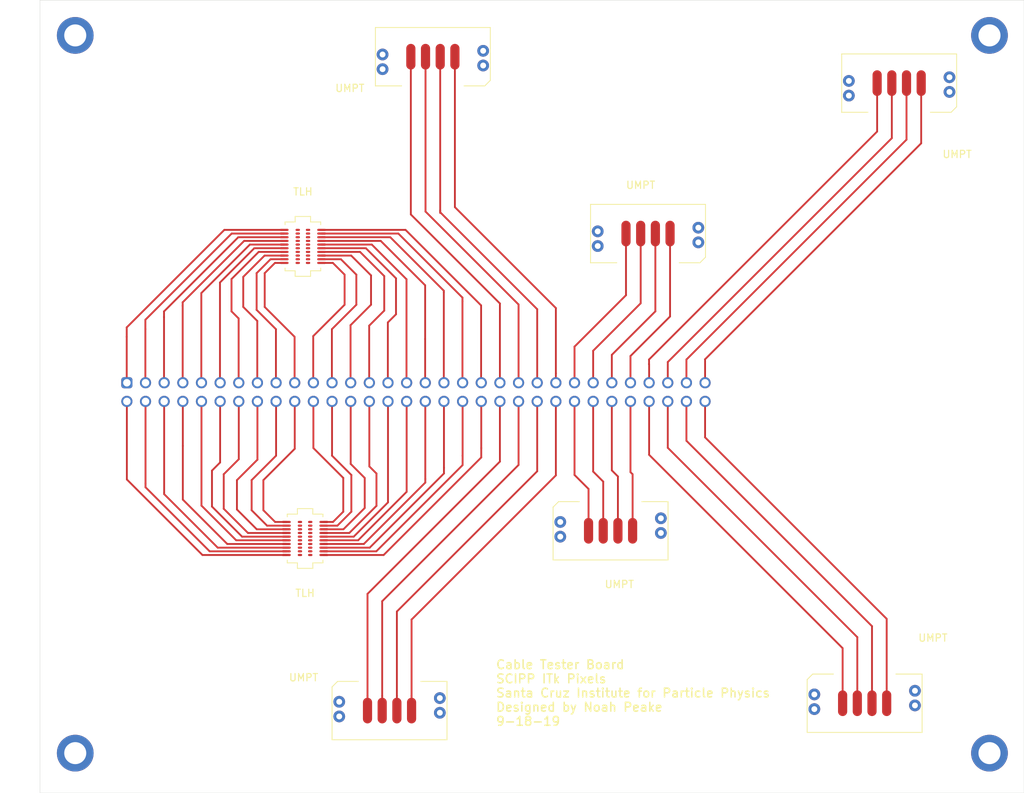
<source format=kicad_pcb>
(kicad_pcb (version 20171130) (host pcbnew "(5.1.4)-1")
  (layers (0 F.Cu signal) (31 B.Cu signal) (34 B.Paste user) (35 F.Paste user) (36 B.SilkS user) (37 F.SilkS user) (38 B.Mask user) (39 F.Mask user) (44 Edge.Cuts user))
  (net 0 "")
  (module SCIPP_Connectors:TLH (layer F.Cu) (at 59 67.45 270)
    (fp_text reference REF**)
    (fp_text value TLH (at -7.45 0 180) (layer F.SilkS))
    (fp_line (start 3.3 -2.425) (end 3.325 -2.425) (layer F.SilkS) (width 0.12))
    (fp_line (start 2.95 -2.425) (end 3.3 -2.425) (layer F.SilkS) (width 0.12))
    (fp_line (start 3.325 2.425) (end 2.95 2.425) (layer F.SilkS) (width 0.12))
    (fp_line (start 3.325 1.05) (end 3.325 2.425) (layer F.SilkS) (width 0.12))
    (fp_line (start 4.075 1.05) (end 3.325 1.05) (layer F.SilkS) (width 0.12))
    (fp_line (start 3.325 -2.425) (end 3.325 -1.05) (layer F.SilkS) (width 0.12))
    (fp_line (start 4.075 -1.05) (end 4.075 1.05) (layer F.SilkS) (width 0.12))
    (fp_line (start 3.325 -1.05) (end 4.075 -1.05) (layer F.SilkS) (width 0.12))
    (fp_line (start -3.325 -2.425) (end -2.95 -2.425) (layer F.SilkS) (width 0.12))
    (fp_line (start -3.325 -1.05) (end -3.325 -2.425) (layer F.SilkS) (width 0.12))
    (fp_line (start -4.075 -1.05) (end -3.325 -1.05) (layer F.SilkS) (width 0.12))
    (fp_line (start -4.075 1.05) (end -4.075 -1.05) (layer F.SilkS) (width 0.12))
    (fp_line (start -3.325 1.05) (end -4.075 1.05) (layer F.SilkS) (width 0.12))
    (fp_line (start -3.325 2.425) (end -3.325 1.05) (layer F.SilkS) (width 0.12))
    (fp_line (start -3.3 2.425) (end -3.325 2.425) (layer F.SilkS) (width 0.12))
    (fp_line (start -2.95 2.425) (end -3.3 2.425) (layer F.SilkS) (width 0.12))
    (pad 20 smd oval (at -2.25 2.55 270) (size 0.3 1.2) (layers F.Cu F.Paste F.Mask))
    (pad 19 smd oval (at -1.75 2.55 270) (size 0.3 1.2) (layers F.Cu F.Paste F.Mask))
    (pad 18 smd oval (at -1.25 2.55 270) (size 0.3 1.2) (layers F.Cu F.Paste F.Mask))
    (pad 17 smd oval (at -0.75 2.55 270) (size 0.3 1.2) (layers F.Cu F.Paste F.Mask))
    (pad 16 smd oval (at -0.25 2.55 270) (size 0.3 1.2) (layers F.Cu F.Paste F.Mask))
    (pad 15 smd oval (at 0.25 2.55 270) (size 0.3 1.2) (layers F.Cu F.Paste F.Mask))
    (pad 14 smd oval (at 0.75 2.55 270) (size 0.3 1.2) (layers F.Cu F.Paste F.Mask))
    (pad 13 smd oval (at 1.25 2.55 270) (size 0.3 1.2) (layers F.Cu F.Paste F.Mask))
    (pad 12 smd oval (at 1.75 2.55 270) (size 0.3 1.2) (layers F.Cu F.Paste F.Mask))
    (pad 11 smd oval (at 2.25 2.55 270) (size 0.3 1.2) (layers F.Cu F.Paste F.Mask))
    (pad 10 smd oval (at -2.25 -2.55 270) (size 0.3 1.2) (layers F.Cu F.Paste F.Mask))
    (pad 9 smd oval (at -1.75 -2.55 270) (size 0.3 1.2) (layers F.Cu F.Paste F.Mask))
    (pad 8 smd oval (at -1.25 -2.55 270) (size 0.3 1.2) (layers F.Cu F.Paste F.Mask))
    (pad 7 smd oval (at -0.75 -2.55 270) (size 0.3 1.2) (layers F.Cu F.Paste F.Mask))
    (pad 6 smd oval (at -0.25 -2.55 270) (size 0.3 1.2) (layers F.Cu F.Paste F.Mask))
    (pad 5 smd oval (at 0.25 -2.55 270) (size 0.3 1.2) (layers F.Cu F.Paste F.Mask))
    (pad 4 smd oval (at 0.75 -2.55 270) (size 0.3 1.2) (layers F.Cu F.Paste F.Mask))
    (pad 3 smd oval (at 1.25 -2.55 270) (size 0.3 1.2) (layers F.Cu F.Paste F.Mask))
    (pad 2 smd oval (at 1.75 -2.55 270) (size 0.3 1.2) (layers F.Cu F.Paste F.Mask))
    (pad 11 smd oval (at 2.25 0.7 270) (size 0.3 0.6) (layers F.Cu F.Paste F.Mask))
    (pad 12 smd oval (at 1.75 0.7 270) (size 0.3 0.6) (layers F.Cu F.Paste F.Mask))
    (pad 13 smd oval (at 1.25 0.7 270) (size 0.3 0.6) (layers F.Cu F.Paste F.Mask))
    (pad 14 smd oval (at 0.75 0.7 270) (size 0.3 0.6) (layers F.Cu F.Paste F.Mask))
    (pad 15 smd oval (at 0.25 0.7 270) (size 0.3 0.6) (layers F.Cu F.Paste F.Mask))
    (pad 16 smd oval (at -0.25 0.7 270) (size 0.3 0.6) (layers F.Cu F.Paste F.Mask))
    (pad 17 smd oval (at -0.75 0.7 270) (size 0.3 0.6) (layers F.Cu F.Paste F.Mask))
    (pad 18 smd oval (at -1.25 0.7 270) (size 0.3 0.6) (layers F.Cu F.Paste F.Mask))
    (pad 19 smd oval (at -1.75 0.7 270) (size 0.3 0.6) (layers F.Cu F.Paste F.Mask))
    (pad 20 smd oval (at -2.25 0.7 270) (size 0.3 0.6) (layers F.Cu F.Paste F.Mask))
    (pad 1 smd oval (at 2.25 -0.7 270) (size 0.3 0.6) (layers F.Cu F.Paste F.Mask))
    (pad 2 smd oval (at 1.75 -0.7 270) (size 0.3 0.6) (layers F.Cu F.Paste F.Mask))
    (pad 3 smd oval (at 1.25 -0.7 270) (size 0.3 0.6) (layers F.Cu F.Paste F.Mask))
    (pad 4 smd oval (at 0.75 -0.7 270) (size 0.3 0.6) (layers F.Cu F.Paste F.Mask))
    (pad 5 smd oval (at 0.25 -0.7 270) (size 0.3 0.6) (layers F.Cu F.Paste F.Mask))
    (pad 6 smd oval (at -0.25 -0.7 270) (size 0.3 0.6) (layers F.Cu F.Paste F.Mask))
    (pad 7 smd oval (at -0.75 -0.7 270) (size 0.3 0.6) (layers F.Cu F.Paste F.Mask))
    (pad 8 smd oval (at -1.25 -0.7 270) (size 0.3 0.6) (layers F.Cu F.Paste F.Mask))
    (pad 9 smd oval (at -1.75 -0.7 270) (size 0.3 0.6) (layers F.Cu F.Paste F.Mask))
    (pad 10 smd oval (at -2.25 -0.7 270) (size 0.3 0.6) (layers F.Cu F.Paste F.Mask))
    (pad 1 smd oval (at 2.25 -2.55 270) (size 0.3 1.2) (layers F.Cu F.Paste F.Mask))
  )
  (module SCIPP_Connectors:Standoff_THT (layer F.Cu) (at 28 38.7)
    (fp_text reference REF**)
    (fp_text value Standoff_THT)
    (pad 1 thru_hole circle (at 0 0) (size 5 5) (drill 3) (layers *.Cu *.Mask))
  )
  (module SCIPP_Connectors:Standoff_THT (layer F.Cu) (at 28 136.5)
    (fp_text reference REF**)
    (fp_text value Standoff_THT)
    (pad 1 thru_hole circle (at 0 0) (size 5 5) (drill 3) (layers *.Cu *.Mask))
  )
  (module SCIPP_Connectors:Standoff_THT (layer F.Cu) (at 152.5 136.5)
    (fp_text reference REF**)
    (fp_text value Standoff_THT)
    (pad 1 thru_hole circle (at 0 0) (size 5 5) (drill 3) (layers *.Cu *.Mask))
  )
  (module SCIPP_Connectors:Standoff_THT (layer F.Cu) (at 152.5 38.7)
    (fp_text reference REF**)
    (fp_text value Standoff_THT)
    (pad 1 thru_hole circle (at 0 0) (size 5 5) (drill 3) (layers *.Cu *.Mask))
  )
  (module SCIPP_Connectors:EJH (layer F.Cu) (at 74.4 87.3)
    (fp_text reference REF**)
    (fp_text value EJH)
    (pad 64 thru_hole circle (at 39.37 1.27) (size 1.524 1.524) (drill 1.02) (layers *.Cu *.Mask))
    (pad 63 thru_hole circle (at 36.83 1.27) (size 1.524 1.524) (drill 1.02) (layers *.Cu *.Mask))
    (pad 62 thru_hole circle (at 34.29 1.27) (size 1.524 1.524) (drill 1.02) (layers *.Cu *.Mask))
    (pad 61 thru_hole circle (at 31.75 1.27) (size 1.524 1.524) (drill 1.02) (layers *.Cu *.Mask))
    (pad 60 thru_hole circle (at 29.21 1.27) (size 1.524 1.524) (drill 1.02) (layers *.Cu *.Mask))
    (pad 59 thru_hole circle (at 26.67 1.27) (size 1.524 1.524) (drill 1.02) (layers *.Cu *.Mask))
    (pad 58 thru_hole circle (at 24.13 1.27) (size 1.524 1.524) (drill 1.02) (layers *.Cu *.Mask))
    (pad 57 thru_hole circle (at 21.59 1.27) (size 1.524 1.524) (drill 1.02) (layers *.Cu *.Mask))
    (pad 56 thru_hole circle (at 19.05 1.27) (size 1.524 1.524) (drill 1.02) (layers *.Cu *.Mask))
    (pad 55 thru_hole circle (at 16.51 1.27) (size 1.524 1.524) (drill 1.02) (layers *.Cu *.Mask))
    (pad 54 thru_hole circle (at 13.97 1.27) (size 1.524 1.524) (drill 1.02) (layers *.Cu *.Mask))
    (pad 53 thru_hole circle (at 11.43 1.27) (size 1.524 1.524) (drill 1.02) (layers *.Cu *.Mask))
    (pad 52 thru_hole circle (at 8.89 1.27) (size 1.524 1.524) (drill 1.02) (layers *.Cu *.Mask))
    (pad 51 thru_hole circle (at 6.35 1.27) (size 1.524 1.524) (drill 1.02) (layers *.Cu *.Mask))
    (pad 50 thru_hole circle (at 3.81 1.27) (size 1.524 1.524) (drill 1.02) (layers *.Cu *.Mask))
    (pad 49 thru_hole circle (at 1.27 1.27) (size 1.524 1.524) (drill 1.02) (layers *.Cu *.Mask))
    (pad 48 thru_hole circle (at -1.27 1.27) (size 1.524 1.524) (drill 1.02) (layers *.Cu *.Mask))
    (pad 47 thru_hole circle (at -3.81 1.27) (size 1.524 1.524) (drill 1.02) (layers *.Cu *.Mask))
    (pad 46 thru_hole circle (at -6.35 1.27) (size 1.524 1.524) (drill 1.02) (layers *.Cu *.Mask))
    (pad 45 thru_hole circle (at -8.89 1.27) (size 1.524 1.524) (drill 1.02) (layers *.Cu *.Mask))
    (pad 44 thru_hole circle (at -11.43 1.27) (size 1.524 1.524) (drill 1.02) (layers *.Cu *.Mask))
    (pad 43 thru_hole circle (at -13.97 1.27) (size 1.524 1.524) (drill 1.02) (layers *.Cu *.Mask))
    (pad 42 thru_hole circle (at -16.51 1.27) (size 1.524 1.524) (drill 1.02) (layers *.Cu *.Mask))
    (pad 41 thru_hole circle (at -19.05 1.27) (size 1.524 1.524) (drill 1.02) (layers *.Cu *.Mask))
    (pad 40 thru_hole circle (at -21.59 1.27) (size 1.524 1.524) (drill 1.02) (layers *.Cu *.Mask))
    (pad 39 thru_hole circle (at -24.13 1.27) (size 1.524 1.524) (drill 1.02) (layers *.Cu *.Mask))
    (pad 38 thru_hole circle (at -26.67 1.27) (size 1.524 1.524) (drill 1.02) (layers *.Cu *.Mask))
    (pad 37 thru_hole circle (at -29.21 1.27) (size 1.524 1.524) (drill 1.02) (layers *.Cu *.Mask))
    (pad 36 thru_hole circle (at -31.75 1.27) (size 1.524 1.524) (drill 1.02) (layers *.Cu *.Mask))
    (pad 35 thru_hole circle (at -34.29 1.27) (size 1.524 1.524) (drill 1.02) (layers *.Cu *.Mask))
    (pad 34 thru_hole circle (at -36.83 1.27) (size 1.524 1.524) (drill 1.02) (layers *.Cu *.Mask))
    (pad 33 thru_hole circle (at -39.37 1.27) (size 1.524 1.524) (drill 1.02) (layers *.Cu *.Mask))
    (pad 32 thru_hole circle (at 39.37 -1.27) (size 1.524 1.524) (drill 1.02) (layers *.Cu *.Mask))
    (pad 31 thru_hole circle (at 36.83 -1.27) (size 1.524 1.524) (drill 1.02) (layers *.Cu *.Mask))
    (pad 30 thru_hole circle (at 34.29 -1.27) (size 1.524 1.524) (drill 1.02) (layers *.Cu *.Mask))
    (pad 29 thru_hole circle (at 31.75 -1.27) (size 1.524 1.524) (drill 1.02) (layers *.Cu *.Mask))
    (pad 28 thru_hole circle (at 29.21 -1.27) (size 1.524 1.524) (drill 1.02) (layers *.Cu *.Mask))
    (pad 27 thru_hole circle (at 26.67 -1.27) (size 1.524 1.524) (drill 1.02) (layers *.Cu *.Mask))
    (pad 26 thru_hole circle (at 24.13 -1.27) (size 1.524 1.524) (drill 1.02) (layers *.Cu *.Mask))
    (pad 25 thru_hole circle (at 21.59 -1.27) (size 1.524 1.524) (drill 1.02) (layers *.Cu *.Mask))
    (pad 24 thru_hole circle (at 19.05 -1.27) (size 1.524 1.524) (drill 1.02) (layers *.Cu *.Mask))
    (pad 23 thru_hole circle (at 16.51 -1.27) (size 1.524 1.524) (drill 1.02) (layers *.Cu *.Mask))
    (pad 22 thru_hole circle (at 13.97 -1.27) (size 1.524 1.524) (drill 1.02) (layers *.Cu *.Mask))
    (pad 21 thru_hole circle (at 11.43 -1.27) (size 1.524 1.524) (drill 1.02) (layers *.Cu *.Mask))
    (pad 20 thru_hole circle (at 8.89 -1.27) (size 1.524 1.524) (drill 1.02) (layers *.Cu *.Mask))
    (pad 19 thru_hole circle (at 6.35 -1.27) (size 1.524 1.524) (drill 1.02) (layers *.Cu *.Mask))
    (pad 18 thru_hole circle (at 3.81 -1.27) (size 1.524 1.524) (drill 1.02) (layers *.Cu *.Mask))
    (pad 17 thru_hole circle (at 1.27 -1.27) (size 1.524 1.524) (drill 1.02) (layers *.Cu *.Mask))
    (pad 16 thru_hole circle (at -1.27 -1.27) (size 1.524 1.524) (drill 1.02) (layers *.Cu *.Mask))
    (pad 15 thru_hole circle (at -3.81 -1.27) (size 1.524 1.524) (drill 1.02) (layers *.Cu *.Mask))
    (pad 14 thru_hole circle (at -6.35 -1.27) (size 1.524 1.524) (drill 1.02) (layers *.Cu *.Mask))
    (pad 13 thru_hole circle (at -8.89 -1.27) (size 1.524 1.524) (drill 1.02) (layers *.Cu *.Mask))
    (pad 12 thru_hole circle (at -11.43 -1.27) (size 1.524 1.524) (drill 1.02) (layers *.Cu *.Mask))
    (pad 11 thru_hole circle (at -13.97 -1.27) (size 1.524 1.524) (drill 1.02) (layers *.Cu *.Mask))
    (pad 10 thru_hole circle (at -16.51 -1.27) (size 1.524 1.524) (drill 1.02) (layers *.Cu *.Mask))
    (pad 9 thru_hole circle (at -19.05 -1.27) (size 1.524 1.524) (drill 1.02) (layers *.Cu *.Mask))
    (pad 8 thru_hole circle (at -21.59 -1.27) (size 1.524 1.524) (drill 1.02) (layers *.Cu *.Mask))
    (pad 7 thru_hole circle (at -24.13 -1.27) (size 1.524 1.524) (drill 1.02) (layers *.Cu *.Mask))
    (pad 6 thru_hole circle (at -26.67 -1.27) (size 1.524 1.524) (drill 1.02) (layers *.Cu *.Mask))
    (pad 5 thru_hole circle (at -29.21 -1.27) (size 1.524 1.524) (drill 1.02) (layers *.Cu *.Mask))
    (pad 4 thru_hole circle (at -31.75 -1.27) (size 1.524 1.524) (drill 1.02) (layers *.Cu *.Mask))
    (pad 3 thru_hole circle (at -34.29 -1.27) (size 1.524 1.524) (drill 1.02) (layers *.Cu *.Mask))
    (pad 2 thru_hole circle (at -36.83 -1.27) (size 1.524 1.524) (drill 1.02) (layers *.Cu *.Mask))
    (pad 1 thru_hole roundrect (at -39.37 -1.27) (size 1.524 1.524) (drill 1.02) (layers *.Cu *.Mask))
  )
  (module SCIPP_Connectors:TLH (layer F.Cu) (at 59.3 107.25 90)
    (fp_text reference REF**)
    (fp_text value TLH (at -7.45 0 180) (layer F.SilkS))
    (fp_line (start 3.3 -2.425) (end 3.325 -2.425) (layer F.SilkS) (width 0.12))
    (fp_line (start 2.95 -2.425) (end 3.3 -2.425) (layer F.SilkS) (width 0.12))
    (fp_line (start 3.325 2.425) (end 2.95 2.425) (layer F.SilkS) (width 0.12))
    (fp_line (start 3.325 1.05) (end 3.325 2.425) (layer F.SilkS) (width 0.12))
    (fp_line (start 4.075 1.05) (end 3.325 1.05) (layer F.SilkS) (width 0.12))
    (fp_line (start 3.325 -2.425) (end 3.325 -1.05) (layer F.SilkS) (width 0.12))
    (fp_line (start 4.075 -1.05) (end 4.075 1.05) (layer F.SilkS) (width 0.12))
    (fp_line (start 3.325 -1.05) (end 4.075 -1.05) (layer F.SilkS) (width 0.12))
    (fp_line (start -3.325 -2.425) (end -2.95 -2.425) (layer F.SilkS) (width 0.12))
    (fp_line (start -3.325 -1.05) (end -3.325 -2.425) (layer F.SilkS) (width 0.12))
    (fp_line (start -4.075 -1.05) (end -3.325 -1.05) (layer F.SilkS) (width 0.12))
    (fp_line (start -4.075 1.05) (end -4.075 -1.05) (layer F.SilkS) (width 0.12))
    (fp_line (start -3.325 1.05) (end -4.075 1.05) (layer F.SilkS) (width 0.12))
    (fp_line (start -3.325 2.425) (end -3.325 1.05) (layer F.SilkS) (width 0.12))
    (fp_line (start -3.3 2.425) (end -3.325 2.425) (layer F.SilkS) (width 0.12))
    (fp_line (start -2.95 2.425) (end -3.3 2.425) (layer F.SilkS) (width 0.12))
    (pad 20 smd oval (at -2.25 2.55 90) (size 0.3 1.2) (layers F.Cu F.Paste F.Mask))
    (pad 19 smd oval (at -1.75 2.55 90) (size 0.3 1.2) (layers F.Cu F.Paste F.Mask))
    (pad 18 smd oval (at -1.25 2.55 90) (size 0.3 1.2) (layers F.Cu F.Paste F.Mask))
    (pad 17 smd oval (at -0.75 2.55 90) (size 0.3 1.2) (layers F.Cu F.Paste F.Mask))
    (pad 16 smd oval (at -0.25 2.55 90) (size 0.3 1.2) (layers F.Cu F.Paste F.Mask))
    (pad 15 smd oval (at 0.25 2.55 90) (size 0.3 1.2) (layers F.Cu F.Paste F.Mask))
    (pad 14 smd oval (at 0.75 2.55 90) (size 0.3 1.2) (layers F.Cu F.Paste F.Mask))
    (pad 13 smd oval (at 1.25 2.55 90) (size 0.3 1.2) (layers F.Cu F.Paste F.Mask))
    (pad 12 smd oval (at 1.75 2.55 90) (size 0.3 1.2) (layers F.Cu F.Paste F.Mask))
    (pad 11 smd oval (at 2.25 2.55 90) (size 0.3 1.2) (layers F.Cu F.Paste F.Mask))
    (pad 10 smd oval (at -2.25 -2.55 90) (size 0.3 1.2) (layers F.Cu F.Paste F.Mask))
    (pad 9 smd oval (at -1.75 -2.55 90) (size 0.3 1.2) (layers F.Cu F.Paste F.Mask))
    (pad 8 smd oval (at -1.25 -2.55 90) (size 0.3 1.2) (layers F.Cu F.Paste F.Mask))
    (pad 7 smd oval (at -0.75 -2.55 90) (size 0.3 1.2) (layers F.Cu F.Paste F.Mask))
    (pad 6 smd oval (at -0.25 -2.55 90) (size 0.3 1.2) (layers F.Cu F.Paste F.Mask))
    (pad 5 smd oval (at 0.25 -2.55 90) (size 0.3 1.2) (layers F.Cu F.Paste F.Mask))
    (pad 4 smd oval (at 0.75 -2.55 90) (size 0.3 1.2) (layers F.Cu F.Paste F.Mask))
    (pad 3 smd oval (at 1.25 -2.55 90) (size 0.3 1.2) (layers F.Cu F.Paste F.Mask))
    (pad 2 smd oval (at 1.75 -2.55 90) (size 0.3 1.2) (layers F.Cu F.Paste F.Mask))
    (pad 11 smd oval (at 2.25 0.7 90) (size 0.3 0.6) (layers F.Cu F.Paste F.Mask))
    (pad 12 smd oval (at 1.75 0.7 90) (size 0.3 0.6) (layers F.Cu F.Paste F.Mask))
    (pad 13 smd oval (at 1.25 0.7 90) (size 0.3 0.6) (layers F.Cu F.Paste F.Mask))
    (pad 14 smd oval (at 0.75 0.7 90) (size 0.3 0.6) (layers F.Cu F.Paste F.Mask))
    (pad 15 smd oval (at 0.25 0.7 90) (size 0.3 0.6) (layers F.Cu F.Paste F.Mask))
    (pad 16 smd oval (at -0.25 0.7 90) (size 0.3 0.6) (layers F.Cu F.Paste F.Mask))
    (pad 17 smd oval (at -0.75 0.7 90) (size 0.3 0.6) (layers F.Cu F.Paste F.Mask))
    (pad 18 smd oval (at -1.25 0.7 90) (size 0.3 0.6) (layers F.Cu F.Paste F.Mask))
    (pad 19 smd oval (at -1.75 0.7 90) (size 0.3 0.6) (layers F.Cu F.Paste F.Mask))
    (pad 20 smd oval (at -2.25 0.7 90) (size 0.3 0.6) (layers F.Cu F.Paste F.Mask))
    (pad 1 smd oval (at 2.25 -0.7 90) (size 0.3 0.6) (layers F.Cu F.Paste F.Mask))
    (pad 2 smd oval (at 1.75 -0.7 90) (size 0.3 0.6) (layers F.Cu F.Paste F.Mask))
    (pad 3 smd oval (at 1.25 -0.7 90) (size 0.3 0.6) (layers F.Cu F.Paste F.Mask))
    (pad 4 smd oval (at 0.75 -0.7 90) (size 0.3 0.6) (layers F.Cu F.Paste F.Mask))
    (pad 5 smd oval (at 0.25 -0.7 90) (size 0.3 0.6) (layers F.Cu F.Paste F.Mask))
    (pad 6 smd oval (at -0.25 -0.7 90) (size 0.3 0.6) (layers F.Cu F.Paste F.Mask))
    (pad 7 smd oval (at -0.75 -0.7 90) (size 0.3 0.6) (layers F.Cu F.Paste F.Mask))
    (pad 8 smd oval (at -1.25 -0.7 90) (size 0.3 0.6) (layers F.Cu F.Paste F.Mask))
    (pad 9 smd oval (at -1.75 -0.7 90) (size 0.3 0.6) (layers F.Cu F.Paste F.Mask))
    (pad 10 smd oval (at -2.25 -0.7 90) (size 0.3 0.6) (layers F.Cu F.Paste F.Mask))
    (pad 1 smd oval (at 2.25 -2.55 90) (size 0.3 1.2) (layers F.Cu F.Paste F.Mask))
  )
  (module SCIPP_Connectors:UMPT (layer F.Cu) (at 70.8 130.7 180)
    (fp_text reference REF**)
    (fp_text value UMPT (at 11.7 4.5) (layer F.SilkS))
    (fp_line (start 7.075 3.975) (end 4.25 3.975) (layer F.SilkS) (width 0.12))
    (fp_line (start -7.825 3.975) (end -4.25 3.975) (layer F.SilkS) (width 0.12))
    (fp_line (start -7.825 3.975) (end -7.825 -1.1) (layer F.SilkS) (width 0.12))
    (fp_line (start -7.8 3.975) (end -7.825 3.975) (layer F.SilkS) (width 0.12))
    (fp_line (start 7.825 3.225) (end 7.075 3.975) (layer F.SilkS) (width 0.12))
    (fp_line (start 7.825 -3.975) (end 7.825 3.225) (layer F.SilkS) (width 0.12))
    (fp_line (start -7.825 -3.975) (end 7.825 -3.975) (layer F.SilkS) (width 0.12))
    (fp_line (start -7.825 -3.95) (end -7.825 -3.975) (layer F.SilkS) (width 0.12))
    (fp_line (start -7.825 -1.1) (end -7.825 -3.95) (layer F.SilkS) (width 0.12))
    (pad 7 thru_hole circle (at 6.85 -0.8 180) (size 1.6 1.6) (drill 0.8) (layers *.Cu *.Mask))
    (pad 8 thru_hole circle (at 6.85 1.2 180) (size 1.6 1.6) (drill 0.8) (layers *.Cu *.Mask))
    (pad 5 thru_hole circle (at -6.85 -0.3 180) (size 1.6 1.6) (drill 0.8) (layers *.Cu *.Mask))
    (pad 6 thru_hole circle (at -6.85 1.7 180) (size 1.6 1.6) (drill 0.8) (layers *.Cu *.Mask))
    (pad 1 smd oval (at 3 0 180) (size 1.25 3.5) (layers F.Cu F.Paste F.Mask))
    (pad 2 smd oval (at 1 0 180) (size 1.25 3.5) (layers F.Cu F.Paste F.Mask))
    (pad 3 smd oval (at -1 0 180) (size 1.25 3.5) (layers F.Cu F.Paste F.Mask))
    (pad 4 smd oval (at -3 0 180) (size 1.25 3.5) (layers F.Cu F.Paste F.Mask))
  )
  (module SCIPP_Connectors:UMPT (layer F.Cu) (at 100.9 106.2 180)
    (fp_text reference REF**)
    (fp_text value UMPT (at -1.2 -7.3) (layer F.SilkS))
    (fp_line (start 7.075 3.975) (end 4.25 3.975) (layer F.SilkS) (width 0.12))
    (fp_line (start -7.825 3.975) (end -4.25 3.975) (layer F.SilkS) (width 0.12))
    (fp_line (start -7.825 3.975) (end -7.825 -1.1) (layer F.SilkS) (width 0.12))
    (fp_line (start -7.8 3.975) (end -7.825 3.975) (layer F.SilkS) (width 0.12))
    (fp_line (start 7.825 3.225) (end 7.075 3.975) (layer F.SilkS) (width 0.12))
    (fp_line (start 7.825 -3.975) (end 7.825 3.225) (layer F.SilkS) (width 0.12))
    (fp_line (start -7.825 -3.975) (end 7.825 -3.975) (layer F.SilkS) (width 0.12))
    (fp_line (start -7.825 -3.95) (end -7.825 -3.975) (layer F.SilkS) (width 0.12))
    (fp_line (start -7.825 -1.1) (end -7.825 -3.95) (layer F.SilkS) (width 0.12))
    (pad 7 thru_hole circle (at 6.85 -0.8 180) (size 1.6 1.6) (drill 0.8) (layers *.Cu *.Mask))
    (pad 8 thru_hole circle (at 6.85 1.2 180) (size 1.6 1.6) (drill 0.8) (layers *.Cu *.Mask))
    (pad 5 thru_hole circle (at -6.85 -0.3 180) (size 1.6 1.6) (drill 0.8) (layers *.Cu *.Mask))
    (pad 6 thru_hole circle (at -6.85 1.7 180) (size 1.6 1.6) (drill 0.8) (layers *.Cu *.Mask))
    (pad 1 smd oval (at 3 0 180) (size 1.25 3.5) (layers F.Cu F.Paste F.Mask))
    (pad 2 smd oval (at 1 0 180) (size 1.25 3.5) (layers F.Cu F.Paste F.Mask))
    (pad 3 smd oval (at -1 0 180) (size 1.25 3.5) (layers F.Cu F.Paste F.Mask))
    (pad 4 smd oval (at -3 0 180) (size 1.25 3.5) (layers F.Cu F.Paste F.Mask))
  )
  (module SCIPP_Connectors:UMPT (layer F.Cu) (at 135.5 129.7 180)
    (fp_text reference REF**)
    (fp_text value UMPT (at -9.3 8.9) (layer F.SilkS))
    (fp_line (start 7.075 3.975) (end 4.25 3.975) (layer F.SilkS) (width 0.12))
    (fp_line (start -7.825 3.975) (end -4.25 3.975) (layer F.SilkS) (width 0.12))
    (fp_line (start -7.825 3.975) (end -7.825 -1.1) (layer F.SilkS) (width 0.12))
    (fp_line (start -7.8 3.975) (end -7.825 3.975) (layer F.SilkS) (width 0.12))
    (fp_line (start 7.825 3.225) (end 7.075 3.975) (layer F.SilkS) (width 0.12))
    (fp_line (start 7.825 -3.975) (end 7.825 3.225) (layer F.SilkS) (width 0.12))
    (fp_line (start -7.825 -3.975) (end 7.825 -3.975) (layer F.SilkS) (width 0.12))
    (fp_line (start -7.825 -3.95) (end -7.825 -3.975) (layer F.SilkS) (width 0.12))
    (fp_line (start -7.825 -1.1) (end -7.825 -3.95) (layer F.SilkS) (width 0.12))
    (pad 7 thru_hole circle (at 6.85 -0.8 180) (size 1.6 1.6) (drill 0.8) (layers *.Cu *.Mask))
    (pad 8 thru_hole circle (at 6.85 1.2 180) (size 1.6 1.6) (drill 0.8) (layers *.Cu *.Mask))
    (pad 5 thru_hole circle (at -6.85 -0.3 180) (size 1.6 1.6) (drill 0.8) (layers *.Cu *.Mask))
    (pad 6 thru_hole circle (at -6.85 1.7 180) (size 1.6 1.6) (drill 0.8) (layers *.Cu *.Mask))
    (pad 1 smd oval (at 3 0 180) (size 1.25 3.5) (layers F.Cu F.Paste F.Mask))
    (pad 2 smd oval (at 1 0 180) (size 1.25 3.5) (layers F.Cu F.Paste F.Mask))
    (pad 3 smd oval (at -1 0 180) (size 1.25 3.5) (layers F.Cu F.Paste F.Mask))
    (pad 4 smd oval (at -3 0 180) (size 1.25 3.5) (layers F.Cu F.Paste F.Mask))
  )
  (module SCIPP_Connectors:UMPT (layer F.Cu) (at 140.2 45.2)
    (fp_text reference REF**)
    (fp_text value UMPT (at 7.9 9.7) (layer F.SilkS))
    (fp_line (start 7.075 3.975) (end 4.25 3.975) (layer F.SilkS) (width 0.12))
    (fp_line (start -7.825 3.975) (end -4.25 3.975) (layer F.SilkS) (width 0.12))
    (fp_line (start -7.825 3.975) (end -7.825 -1.1) (layer F.SilkS) (width 0.12))
    (fp_line (start -7.8 3.975) (end -7.825 3.975) (layer F.SilkS) (width 0.12))
    (fp_line (start 7.825 3.225) (end 7.075 3.975) (layer F.SilkS) (width 0.12))
    (fp_line (start 7.825 -3.975) (end 7.825 3.225) (layer F.SilkS) (width 0.12))
    (fp_line (start -7.825 -3.975) (end 7.825 -3.975) (layer F.SilkS) (width 0.12))
    (fp_line (start -7.825 -3.95) (end -7.825 -3.975) (layer F.SilkS) (width 0.12))
    (fp_line (start -7.825 -1.1) (end -7.825 -3.95) (layer F.SilkS) (width 0.12))
    (pad 7 thru_hole circle (at 6.85 -0.8) (size 1.6 1.6) (drill 0.8) (layers *.Cu *.Mask))
    (pad 8 thru_hole circle (at 6.85 1.2) (size 1.6 1.6) (drill 0.8) (layers *.Cu *.Mask))
    (pad 5 thru_hole circle (at -6.85 -0.3) (size 1.6 1.6) (drill 0.8) (layers *.Cu *.Mask))
    (pad 6 thru_hole circle (at -6.85 1.7) (size 1.6 1.6) (drill 0.8) (layers *.Cu *.Mask))
    (pad 1 smd oval (at 3 0) (size 1.25 3.5) (layers F.Cu F.Paste F.Mask))
    (pad 2 smd oval (at 1 0) (size 1.25 3.5) (layers F.Cu F.Paste F.Mask))
    (pad 3 smd oval (at -1 0) (size 1.25 3.5) (layers F.Cu F.Paste F.Mask))
    (pad 4 smd oval (at -3 0) (size 1.25 3.5) (layers F.Cu F.Paste F.Mask))
  )
  (module SCIPP_Connectors:UMPT (layer F.Cu) (at 106 65.7)
    (fp_text reference REF**)
    (fp_text value UMPT (at -1 -6.6) (layer F.SilkS))
    (fp_line (start 7.075 3.975) (end 4.25 3.975) (layer F.SilkS) (width 0.12))
    (fp_line (start -7.825 3.975) (end -4.25 3.975) (layer F.SilkS) (width 0.12))
    (fp_line (start -7.825 3.975) (end -7.825 -1.1) (layer F.SilkS) (width 0.12))
    (fp_line (start -7.8 3.975) (end -7.825 3.975) (layer F.SilkS) (width 0.12))
    (fp_line (start 7.825 3.225) (end 7.075 3.975) (layer F.SilkS) (width 0.12))
    (fp_line (start 7.825 -3.975) (end 7.825 3.225) (layer F.SilkS) (width 0.12))
    (fp_line (start -7.825 -3.975) (end 7.825 -3.975) (layer F.SilkS) (width 0.12))
    (fp_line (start -7.825 -3.95) (end -7.825 -3.975) (layer F.SilkS) (width 0.12))
    (fp_line (start -7.825 -1.1) (end -7.825 -3.95) (layer F.SilkS) (width 0.12))
    (pad 7 thru_hole circle (at 6.85 -0.8) (size 1.6 1.6) (drill 0.8) (layers *.Cu *.Mask))
    (pad 8 thru_hole circle (at 6.85 1.2) (size 1.6 1.6) (drill 0.8) (layers *.Cu *.Mask))
    (pad 5 thru_hole circle (at -6.85 -0.3) (size 1.6 1.6) (drill 0.8) (layers *.Cu *.Mask))
    (pad 6 thru_hole circle (at -6.85 1.7) (size 1.6 1.6) (drill 0.8) (layers *.Cu *.Mask))
    (pad 1 smd oval (at 3 0) (size 1.25 3.5) (layers F.Cu F.Paste F.Mask))
    (pad 2 smd oval (at 1 0) (size 1.25 3.5) (layers F.Cu F.Paste F.Mask))
    (pad 3 smd oval (at -1 0) (size 1.25 3.5) (layers F.Cu F.Paste F.Mask))
    (pad 4 smd oval (at -3 0) (size 1.25 3.5) (layers F.Cu F.Paste F.Mask))
  )
  (module SCIPP_Connectors:UMPT (layer F.Cu) (at 76.7 41.6)
    (fp_text reference REF**)
    (fp_text value UMPT (at -11.3 4.3) (layer F.SilkS))
    (fp_line (start 7.075 3.975) (end 4.25 3.975) (layer F.SilkS) (width 0.12))
    (fp_line (start -7.825 3.975) (end -4.25 3.975) (layer F.SilkS) (width 0.12))
    (fp_line (start -7.825 3.975) (end -7.825 -1.1) (layer F.SilkS) (width 0.12))
    (fp_line (start -7.8 3.975) (end -7.825 3.975) (layer F.SilkS) (width 0.12))
    (fp_line (start 7.825 3.225) (end 7.075 3.975) (layer F.SilkS) (width 0.12))
    (fp_line (start 7.825 -3.975) (end 7.825 3.225) (layer F.SilkS) (width 0.12))
    (fp_line (start -7.825 -3.975) (end 7.825 -3.975) (layer F.SilkS) (width 0.12))
    (fp_line (start -7.825 -3.95) (end -7.825 -3.975) (layer F.SilkS) (width 0.12))
    (fp_line (start -7.825 -1.1) (end -7.825 -3.95) (layer F.SilkS) (width 0.12))
    (pad 7 thru_hole circle (at 6.85 -0.8) (size 1.6 1.6) (drill 0.8) (layers *.Cu *.Mask))
    (pad 8 thru_hole circle (at 6.85 1.2) (size 1.6 1.6) (drill 0.8) (layers *.Cu *.Mask))
    (pad 5 thru_hole circle (at -6.85 -0.3) (size 1.6 1.6) (drill 0.8) (layers *.Cu *.Mask))
    (pad 6 thru_hole circle (at -6.85 1.7) (size 1.6 1.6) (drill 0.8) (layers *.Cu *.Mask))
    (pad 1 smd oval (at 3 0) (size 1.25 3.5) (layers F.Cu F.Paste F.Mask))
    (pad 2 smd oval (at 1 0) (size 1.25 3.5) (layers F.Cu F.Paste F.Mask))
    (pad 3 smd oval (at -1 0) (size 1.25 3.5) (layers F.Cu F.Paste F.Mask))
    (pad 4 smd oval (at -3 0) (size 1.25 3.5) (layers F.Cu F.Paste F.Mask))
  )
  (gr_line (start 23.2 141.9) (end 157.2 141.9) (layer Edge.Cuts) (width 0.05))
  (gr_text "Cable Tester Board\nSCIPP ITk Pixels\nSanta Cruz Institute for Particle Physics\nDesigned by Noah Peake\n9-18-19" (at 85.2 128.3) (layer F.SilkS) (effects (font (size 1.2 1.2) (thickness 0.2)) (justify left)))
  (gr_line (start 23.2 33.9) (end 23.2 141.9) (layer Edge.Cuts) (width 0.05))
  (gr_line (start 157.2 33.9) (end 157.2 141.9) (layer Edge.Cuts) (width 0.05))
  (gr_line (start 23.2 33.9) (end 157.2 33.9) (layer Edge.Cuts) (width 0.05))
  (segment (start 65.51 97.09) (end 67.42 99) (width 0.25) (layer F.Cu) (net 0))
  (segment (start 73.13 100.89) (end 66.52 107.5) (width 0.25) (layer F.Cu) (net 0))
  (segment (start 65.51 88.57) (end 65.51 97.09) (width 0.25) (layer F.Cu) (net 0))
  (segment (start 69.02 102.8) (end 65.32 106.5) (width 0.25) (layer F.Cu) (net 0))
  (segment (start 73.13 88.57) (end 73.13 100.89) (width 0.25) (layer F.Cu) (net 0))
  (segment (start 70.59 88.57) (end 70.59 102.33) (width 0.25) (layer F.Cu) (net 0))
  (segment (start 57.89 88.57) (end 57.89 95.03) (width 0.25) (layer F.Cu) (net 0))
  (segment (start 69.02 98.4) (end 69.02 102.8) (width 0.25) (layer F.Cu) (net 0))
  (segment (start 57.89 95.03) (end 53.62 99.3) (width 0.25) (layer F.Cu) (net 0))
  (segment (start 53.62 99.3) (end 53.62 103.4) (width 0.25) (layer F.Cu) (net 0))
  (segment (start 67.42 103.1) (end 64.52 106) (width 0.25) (layer F.Cu) (net 0))
  (segment (start 67.42 99) (end 67.42 103.1) (width 0.25) (layer F.Cu) (net 0))
  (segment (start 68.05 88.57) (end 68.05 97.43) (width 0.25) (layer F.Cu) (net 0))
  (segment (start 68.05 97.43) (end 69.02 98.4) (width 0.25) (layer F.Cu) (net 0))
  (segment (start 53.62 103.4) (end 55.22 105) (width 0.25) (layer F.Cu) (net 0))
  (segment (start 55.35 88.57) (end 55.35 95.97) (width 0.25) (layer F.Cu) (net 0))
  (segment (start 70.59 102.33) (end 65.92 107) (width 0.25) (layer F.Cu) (net 0))
  (segment (start 55.35 95.97) (end 52.02 99.3) (width 0.25) (layer F.Cu) (net 0))
  (segment (start 52.81 88.57) (end 52.81 96.51) (width 0.25) (layer F.Cu) (net 0))
  (segment (start 50.27 88.57) (end 50.27 96.45) (width 0.25) (layer F.Cu) (net 0))
  (segment (start 52.02 99.3) (end 52.02 103.4) (width 0.25) (layer F.Cu) (net 0))
  (segment (start 47.73 88.57) (end 47.73 96.89) (width 0.25) (layer F.Cu) (net 0))
  (segment (start 46.62 98) (end 46.62 102.9) (width 0.25) (layer F.Cu) (net 0))
  (segment (start 45.19 102.77) (end 49.92 107.5) (width 0.25) (layer F.Cu) (net 0))
  (segment (start 45.19 88.57) (end 45.19 102.77) (width 0.25) (layer F.Cu) (net 0))
  (segment (start 35.03 88.57) (end 35.03 99.21) (width 0.25) (layer F.Cu) (net 0))
  (segment (start 52.81 96.51) (end 50.02 99.3) (width 0.25) (layer F.Cu) (net 0))
  (segment (start 48.22 98.5) (end 48.22 103.2) (width 0.25) (layer F.Cu) (net 0))
  (segment (start 47.73 96.89) (end 46.62 98) (width 0.25) (layer F.Cu) (net 0))
  (segment (start 48.22 103.2) (end 51.52 106.5) (width 0.25) (layer F.Cu) (net 0))
  (segment (start 46.62 102.9) (end 50.72 107) (width 0.25) (layer F.Cu) (net 0))
  (segment (start 50.02 103.3) (end 52.72 106) (width 0.25) (layer F.Cu) (net 0))
  (segment (start 50.02 99.3) (end 50.02 103.3) (width 0.25) (layer F.Cu) (net 0))
  (segment (start 50.27 96.45) (end 48.22 98.5) (width 0.25) (layer F.Cu) (net 0))
  (segment (start 52.02 103.4) (end 54.12 105.5) (width 0.25) (layer F.Cu) (net 0))
  (segment (start 35.03 99.21) (end 45.32 109.5) (width 0.25) (layer F.Cu) (net 0))
  (segment (start 73.7 41.6) (end 73.7 63.1) (width 0.25) (layer F.Cu) (net 0))
  (segment (start 85.83 75.23) (end 85.83 86.03) (width 0.25) (layer F.Cu) (net 0))
  (segment (start 73.7 63.1) (end 85.83 75.23) (width 0.25) (layer F.Cu) (net 0))
  (segment (start 75.7 41.6) (end 75.7 62.7) (width 0.25) (layer F.Cu) (net 0))
  (segment (start 88.37 75.37) (end 88.37 86.03) (width 0.25) (layer F.Cu) (net 0))
  (segment (start 75.7 62.7) (end 88.37 75.37) (width 0.25) (layer F.Cu) (net 0))
  (segment (start 77.7 62.5) (end 77.7 62.7) (width 0.25) (layer F.Cu) (net 0))
  (segment (start 77.7 41.6) (end 77.7 62.4) (width 0.25) (layer F.Cu) (net 0))
  (segment (start 90.91 76.01) (end 90.91 86.03) (width 0.25) (layer F.Cu) (net 0))
  (segment (start 77.7 62.5) (end 77.7 62.9) (width 0.25) (layer F.Cu) (net 0))
  (segment (start 77.7 62.8) (end 90.91 76.01) (width 0.25) (layer F.Cu) (net 0))
  (segment (start 79.7 41.6) (end 79.7 62.1) (width 0.25) (layer F.Cu) (net 0))
  (segment (start 93.45 75.85) (end 93.45 84.75) (width 0.25) (layer F.Cu) (net 0))
  (segment (start 79.7 62.1) (end 93.45 75.85) (width 0.25) (layer F.Cu) (net 0))
  (segment (start 93.45 84.75) (end 93.45 86.03) (width 0.25) (layer F.Cu) (net 0))
  (segment (start 95.99 81.11) (end 95.99 86.03) (width 0.25) (layer F.Cu) (net 0))
  (segment (start 103 65.7) (end 103 74.1) (width 0.25) (layer F.Cu) (net 0))
  (segment (start 103 74.1) (end 95.99 81.11) (width 0.25) (layer F.Cu) (net 0))
  (segment (start 105 65.7) (end 105 75.2) (width 0.25) (layer F.Cu) (net 0))
  (segment (start 98.53 81.67) (end 98.53 86.03) (width 0.25) (layer F.Cu) (net 0))
  (segment (start 105 75.2) (end 98.53 81.67) (width 0.25) (layer F.Cu) (net 0))
  (segment (start 107 65.7) (end 107 76.3) (width 0.25) (layer F.Cu) (net 0))
  (segment (start 101.07 82.23) (end 101.07 86.03) (width 0.25) (layer F.Cu) (net 0))
  (segment (start 107 76.3) (end 101.07 82.23) (width 0.25) (layer F.Cu) (net 0))
  (segment (start 103.61 82.39) (end 103.61 86.03) (width 0.25) (layer F.Cu) (net 0))
  (segment (start 109 65.7) (end 109 77) (width 0.25) (layer F.Cu) (net 0))
  (segment (start 109 77) (end 103.61 82.39) (width 0.25) (layer F.Cu) (net 0))
  (segment (start 106.15 83.51) (end 106.15 86.03) (width 0.25) (layer F.Cu) (net 0))
  (segment (start 106.14 83.5) (end 106.15 83.51) (width 0.25) (layer F.Cu) (net 0))
  (segment (start 55.22 105) (end 56.75 105) (width 0.25) (layer F.Cu) (net 0))
  (segment (start 54.12 105.5) (end 56.75 105.5) (width 0.25) (layer F.Cu) (net 0))
  (segment (start 52.72 106) (end 56.75 106) (width 0.25) (layer F.Cu) (net 0))
  (segment (start 51.52 106.5) (end 56.75 106.5) (width 0.25) (layer F.Cu) (net 0))
  (segment (start 50.72 107) (end 56.75 107) (width 0.25) (layer F.Cu) (net 0))
  (segment (start 49.92 107.5) (end 56.75 107.5) (width 0.25) (layer F.Cu) (net 0))
  (segment (start 45.32 109.5) (end 56.75 109.5) (width 0.25) (layer F.Cu) (net 0))
  (segment (start 64.52 106) (end 61.85 106) (width 0.25) (layer F.Cu) (net 0))
  (segment (start 65.32 106.5) (end 61.85 106.5) (width 0.25) (layer F.Cu) (net 0))
  (segment (start 65.92 107) (end 61.85 107) (width 0.25) (layer F.Cu) (net 0))
  (segment (start 66.52 107.5) (end 61.85 107.5) (width 0.25) (layer F.Cu) (net 0))
  (segment (start 85.83 88.57) (end 85.83 96.77) (width 0.25) (layer F.Cu) (net 0))
  (segment (start 67.8 114.8) (end 67.8 128.7) (width 0.25) (layer F.Cu) (net 0))
  (segment (start 85.83 96.77) (end 67.8 114.8) (width 0.25) (layer F.Cu) (net 0))
  (segment (start 69.8 115.8) (end 69.8 128.7) (width 0.25) (layer F.Cu) (net 0))
  (segment (start 88.37 88.57) (end 88.37 97.23) (width 0.25) (layer F.Cu) (net 0))
  (segment (start 88.37 97.23) (end 69.8 115.8) (width 0.25) (layer F.Cu) (net 0))
  (segment (start 90.91 88.57) (end 90.91 98.09) (width 0.25) (layer F.Cu) (net 0))
  (segment (start 71.8 117.2) (end 71.8 128.7) (width 0.25) (layer F.Cu) (net 0))
  (segment (start 90.91 98.09) (end 71.8 117.2) (width 0.25) (layer F.Cu) (net 0))
  (segment (start 93.45 88.57) (end 93.45 98.65) (width 0.25) (layer F.Cu) (net 0))
  (segment (start 73.8 118.3) (end 73.8 128.7) (width 0.25) (layer F.Cu) (net 0))
  (segment (start 93.45 98.65) (end 73.8 118.3) (width 0.25) (layer F.Cu) (net 0))
  (segment (start 95.99 88.57) (end 95.99 98.59) (width 0.25) (layer F.Cu) (net 0))
  (segment (start 97.9 100.5) (end 97.9 106.2) (width 0.25) (layer F.Cu) (net 0))
  (segment (start 95.99 98.59) (end 97.9 100.5) (width 0.25) (layer F.Cu) (net 0))
  (segment (start 98.53 88.57) (end 98.53 98.13) (width 0.25) (layer F.Cu) (net 0))
  (segment (start 99.9 99.5) (end 99.9 106.2) (width 0.25) (layer F.Cu) (net 0))
  (segment (start 98.53 98.13) (end 99.9 99.5) (width 0.25) (layer F.Cu) (net 0))
  (segment (start 101.07 88.57) (end 101.07 97.97) (width 0.25) (layer F.Cu) (net 0))
  (segment (start 101.9 98.8) (end 101.9 106.2) (width 0.25) (layer F.Cu) (net 0))
  (segment (start 101.07 97.97) (end 101.9 98.8) (width 0.25) (layer F.Cu) (net 0))
  (segment (start 103.61 88.57) (end 103.61 98.21) (width 0.25) (layer F.Cu) (net 0))
  (segment (start 103.9 98.5) (end 103.9 106.2) (width 0.25) (layer F.Cu) (net 0))
  (segment (start 103.61 98.21) (end 103.9 98.5) (width 0.25) (layer F.Cu) (net 0))
  (segment (start 113.77 88.57) (end 113.77 93.47) (width 0.25) (layer F.Cu) (net 0))
  (segment (start 138.5 118.2) (end 138.5 129.7) (width 0.25) (layer F.Cu) (net 0))
  (segment (start 113.77 93.47) (end 138.5 118.2) (width 0.25) (layer F.Cu) (net 0))
  (segment (start 111.23 88.57) (end 111.23 93.93) (width 0.25) (layer F.Cu) (net 0))
  (segment (start 136.5 119.2) (end 136.5 129.7) (width 0.25) (layer F.Cu) (net 0))
  (segment (start 111.23 93.93) (end 136.5 119.2) (width 0.25) (layer F.Cu) (net 0))
  (segment (start 108.69 88.57) (end 108.69 94.89) (width 0.25) (layer F.Cu) (net 0))
  (segment (start 134.5 120.7) (end 134.5 129.7) (width 0.25) (layer F.Cu) (net 0))
  (segment (start 108.69 94.89) (end 134.5 120.7) (width 0.25) (layer F.Cu) (net 0))
  (segment (start 106.15 88.57) (end 106.15 95.85) (width 0.25) (layer F.Cu) (net 0))
  (segment (start 132.5 122.2) (end 132.5 129.7) (width 0.25) (layer F.Cu) (net 0))
  (segment (start 106.15 95.85) (end 132.5 122.2) (width 0.25) (layer F.Cu) (net 0))
  (segment (start 67.8 128.7) (end 67.8 130.7) (width 0.25) (layer F.Cu) (net 0))
  (segment (start 69.8 128.7) (end 69.8 130.7) (width 0.25) (layer F.Cu) (net 0))
  (segment (start 71.8 128.7) (end 71.8 130.7) (width 0.25) (layer F.Cu) (net 0))
  (segment (start 73.8 128.7) (end 73.8 130.7) (width 0.25) (layer F.Cu) (net 0))
  (segment (start 40.11 100.99) (end 40.11 88.57) (width 0.25) (layer F.Cu) (net 0))
  (segment (start 40.11 101.21) (end 40.11 100.99) (width 0.25) (layer F.Cu) (net 0))
  (segment (start 56.75 108.5) (end 47.4 108.5) (width 0.25) (layer F.Cu) (net 0))
  (segment (start 47.4 108.5) (end 40.11 101.21) (width 0.25) (layer F.Cu) (net 0))
  (segment (start 37.57 99.75) (end 37.57 88.57) (width 0.25) (layer F.Cu) (net 0))
  (segment (start 37.57 100.27) (end 37.57 99.75) (width 0.25) (layer F.Cu) (net 0))
  (segment (start 56.75 109) (end 46.3 109) (width 0.25) (layer F.Cu) (net 0))
  (segment (start 46.3 109) (end 37.57 100.27) (width 0.25) (layer F.Cu) (net 0))
  (segment (start 42.65 94.63) (end 42.65 88.57) (width 0.25) (layer F.Cu) (net 0))
  (segment (start 42.65 101.95) (end 42.65 94.63) (width 0.25) (layer F.Cu) (net 0))
  (segment (start 56.75 108) (end 48.7 108) (width 0.25) (layer F.Cu) (net 0))
  (segment (start 48.7 108) (end 42.65 101.95) (width 0.25) (layer F.Cu) (net 0))
  (segment (start 83.29 94.93) (end 83.29 88.57) (width 0.25) (layer F.Cu) (net 0))
  (segment (start 83.29 96.21) (end 83.29 94.93) (width 0.25) (layer F.Cu) (net 0))
  (segment (start 61.85 109.5) (end 70 109.5) (width 0.25) (layer F.Cu) (net 0))
  (segment (start 70 109.5) (end 83.29 96.21) (width 0.25) (layer F.Cu) (net 0))
  (segment (start 80.75 95.97) (end 80.75 88.57) (width 0.25) (layer F.Cu) (net 0))
  (segment (start 80.75 97.25) (end 80.75 95.97) (width 0.25) (layer F.Cu) (net 0))
  (segment (start 61.85 109) (end 69 109) (width 0.25) (layer F.Cu) (net 0))
  (segment (start 69 109) (end 80.75 97.25) (width 0.25) (layer F.Cu) (net 0))
  (segment (start 78.21 97.61) (end 78.21 88.57) (width 0.25) (layer F.Cu) (net 0))
  (segment (start 78.21 98.39) (end 78.21 97.61) (width 0.25) (layer F.Cu) (net 0))
  (segment (start 61.85 108.5) (end 68.1 108.5) (width 0.25) (layer F.Cu) (net 0))
  (segment (start 68.1 108.5) (end 78.21 98.39) (width 0.25) (layer F.Cu) (net 0))
  (segment (start 75.67 99.15) (end 75.67 88.57) (width 0.25) (layer F.Cu) (net 0))
  (segment (start 75.67 99.63) (end 75.67 99.15) (width 0.25) (layer F.Cu) (net 0))
  (segment (start 61.85 108) (end 67.3 108) (width 0.25) (layer F.Cu) (net 0))
  (segment (start 67.3 108) (end 75.67 99.63) (width 0.25) (layer F.Cu) (net 0))
  (segment (start 60.43 94.93) (end 60.43 88.57) (width 0.25) (layer F.Cu) (net 0))
  (segment (start 64.5 99) (end 60.43 94.93) (width 0.25) (layer F.Cu) (net 0))
  (segment (start 64.5 103.6) (end 64.5 99) (width 0.25) (layer F.Cu) (net 0))
  (segment (start 61.85 105) (end 63.1 105) (width 0.25) (layer F.Cu) (net 0))
  (segment (start 63.1 105) (end 64.5 103.6) (width 0.25) (layer F.Cu) (net 0))
  (segment (start 61.85 105.5) (end 63.7 105.5) (width 0.25) (layer F.Cu) (net 0))
  (segment (start 63.7 105.5) (end 65.6 103.6) (width 0.25) (layer F.Cu) (net 0))
  (segment (start 65.6 103.6) (end 65.6 98.6) (width 0.25) (layer F.Cu) (net 0))
  (segment (start 62.97 95.97) (end 62.97 88.57) (width 0.25) (layer F.Cu) (net 0))
  (segment (start 65.6 98.6) (end 62.97 95.97) (width 0.25) (layer F.Cu) (net 0))
  (segment (start 80.73 74.95) (end 80.73 86.13) (width 0.25) (layer F.Cu) (net 0))
  (segment (start 52.98 68.2) (end 56.45 68.2) (width 0.25) (layer F.Cu) (net 0))
  (segment (start 53.78 68.7) (end 56.45 68.7) (width 0.25) (layer F.Cu) (net 0))
  (segment (start 72.98 65.2) (end 61.55 65.2) (width 0.25) (layer F.Cu) (net 0))
  (segment (start 51.78 67.2) (end 56.45 67.2) (width 0.25) (layer F.Cu) (net 0))
  (segment (start 52.38 67.7) (end 56.45 67.7) (width 0.25) (layer F.Cu) (net 0))
  (segment (start 66.78 68.2) (end 61.55 68.2) (width 0.25) (layer F.Cu) (net 0))
  (segment (start 67.58 67.7) (end 61.55 67.7) (width 0.25) (layer F.Cu) (net 0))
  (segment (start 63.08 69.7) (end 61.55 69.7) (width 0.25) (layer F.Cu) (net 0))
  (segment (start 64.18 69.2) (end 61.55 69.2) (width 0.25) (layer F.Cu) (net 0))
  (segment (start 65.58 68.7) (end 61.55 68.7) (width 0.25) (layer F.Cu) (net 0))
  (segment (start 68.38 67.2) (end 61.55 67.2) (width 0.25) (layer F.Cu) (net 0))
  (segment (start 52.79 77.61) (end 50.88 75.7) (width 0.25) (layer F.Cu) (net 0))
  (segment (start 45.17 73.81) (end 51.78 67.2) (width 0.25) (layer F.Cu) (net 0))
  (segment (start 52.79 86.13) (end 52.79 77.61) (width 0.25) (layer F.Cu) (net 0))
  (segment (start 49.28 71.9) (end 52.98 68.2) (width 0.25) (layer F.Cu) (net 0))
  (segment (start 45.17 86.13) (end 45.17 73.81) (width 0.25) (layer F.Cu) (net 0))
  (segment (start 47.71 86.13) (end 47.71 72.37) (width 0.25) (layer F.Cu) (net 0))
  (segment (start 64.68 71.3) (end 63.08 69.7) (width 0.25) (layer F.Cu) (net 0))
  (segment (start 62.95 78.73) (end 66.28 75.4) (width 0.25) (layer F.Cu) (net 0))
  (segment (start 60.41 86.13) (end 60.41 79.67) (width 0.25) (layer F.Cu) (net 0))
  (segment (start 47.71 72.37) (end 52.38 67.7) (width 0.25) (layer F.Cu) (net 0))
  (segment (start 66.28 75.4) (end 66.28 71.3) (width 0.25) (layer F.Cu) (net 0))
  (segment (start 64.68 75.4) (end 64.68 71.3) (width 0.25) (layer F.Cu) (net 0))
  (segment (start 49.28 76.3) (end 49.28 71.9) (width 0.25) (layer F.Cu) (net 0))
  (segment (start 50.88 71.6) (end 53.78 68.7) (width 0.25) (layer F.Cu) (net 0))
  (segment (start 50.88 75.7) (end 50.88 71.6) (width 0.25) (layer F.Cu) (net 0))
  (segment (start 65.49 86.13) (end 65.49 78.19) (width 0.25) (layer F.Cu) (net 0))
  (segment (start 68.03 86.13) (end 68.03 78.25) (width 0.25) (layer F.Cu) (net 0))
  (segment (start 60.41 79.67) (end 64.68 75.4) (width 0.25) (layer F.Cu) (net 0))
  (segment (start 50.25 86.13) (end 50.25 77.27) (width 0.25) (layer F.Cu) (net 0))
  (segment (start 70.57 86.13) (end 70.57 77.81) (width 0.25) (layer F.Cu) (net 0))
  (segment (start 71.68 76.7) (end 71.68 71.8) (width 0.25) (layer F.Cu) (net 0))
  (segment (start 62.95 86.13) (end 62.95 78.73) (width 0.25) (layer F.Cu) (net 0))
  (segment (start 73.11 71.93) (end 68.38 67.2) (width 0.25) (layer F.Cu) (net 0))
  (segment (start 50.25 77.27) (end 49.28 76.3) (width 0.25) (layer F.Cu) (net 0))
  (segment (start 73.11 86.13) (end 73.11 71.93) (width 0.25) (layer F.Cu) (net 0))
  (segment (start 70.08 71.5) (end 66.78 68.2) (width 0.25) (layer F.Cu) (net 0))
  (segment (start 71.68 71.8) (end 67.58 67.7) (width 0.25) (layer F.Cu) (net 0))
  (segment (start 70.57 77.81) (end 71.68 76.7) (width 0.25) (layer F.Cu) (net 0))
  (segment (start 68.03 78.25) (end 70.08 76.2) (width 0.25) (layer F.Cu) (net 0))
  (segment (start 70.08 76.2) (end 70.08 71.5) (width 0.25) (layer F.Cu) (net 0))
  (segment (start 83.27 75.49) (end 72.98 65.2) (width 0.25) (layer F.Cu) (net 0))
  (segment (start 83.27 86.13) (end 83.27 75.49) (width 0.25) (layer F.Cu) (net 0))
  (segment (start 68.28 71.4) (end 65.58 68.7) (width 0.25) (layer F.Cu) (net 0))
  (segment (start 65.49 78.19) (end 68.28 75.4) (width 0.25) (layer F.Cu) (net 0))
  (segment (start 68.28 75.4) (end 68.28 71.4) (width 0.25) (layer F.Cu) (net 0))
  (segment (start 66.28 71.3) (end 64.18 69.2) (width 0.25) (layer F.Cu) (net 0))
  (segment (start 75.65 80.07) (end 75.65 86.13) (width 0.25) (layer F.Cu) (net 0))
  (segment (start 75.65 72.75) (end 75.65 80.07) (width 0.25) (layer F.Cu) (net 0))
  (segment (start 78.19 73.49) (end 78.19 73.71) (width 0.25) (layer F.Cu) (net 0))
  (segment (start 61.55 66.2) (end 70.9 66.2) (width 0.25) (layer F.Cu) (net 0))
  (segment (start 70.9 66.2) (end 78.19 73.49) (width 0.25) (layer F.Cu) (net 0))
  (segment (start 61.55 65.7) (end 72 65.7) (width 0.25) (layer F.Cu) (net 0))
  (segment (start 80.73 74.43) (end 80.73 74.95) (width 0.25) (layer F.Cu) (net 0))
  (segment (start 72 65.7) (end 80.73 74.43) (width 0.25) (layer F.Cu) (net 0))
  (segment (start 53.8 71.1) (end 53.8 75.7) (width 0.25) (layer F.Cu) (net 0))
  (segment (start 55.2 69.7) (end 53.8 71.1) (width 0.25) (layer F.Cu) (net 0))
  (segment (start 42.63 75.55) (end 42.63 86.13) (width 0.25) (layer F.Cu) (net 0))
  (segment (start 51 66.7) (end 42.63 75.07) (width 0.25) (layer F.Cu) (net 0))
  (segment (start 42.63 75.07) (end 42.63 75.55) (width 0.25) (layer F.Cu) (net 0))
  (segment (start 56.45 69.7) (end 55.2 69.7) (width 0.25) (layer F.Cu) (net 0))
  (segment (start 56.45 66.7) (end 51 66.7) (width 0.25) (layer F.Cu) (net 0))
  (segment (start 55.33 78.73) (end 55.33 86.13) (width 0.25) (layer F.Cu) (net 0))
  (segment (start 37.55 77.45) (end 37.55 78.73) (width 0.25) (layer F.Cu) (net 0))
  (segment (start 56.45 65.7) (end 49.3 65.7) (width 0.25) (layer F.Cu) (net 0))
  (segment (start 52.7 71.1) (end 52.7 76.1) (width 0.25) (layer F.Cu) (net 0))
  (segment (start 49.3 65.7) (end 37.55 77.45) (width 0.25) (layer F.Cu) (net 0))
  (segment (start 56.45 69.2) (end 54.6 69.2) (width 0.25) (layer F.Cu) (net 0))
  (segment (start 54.6 69.2) (end 52.7 71.1) (width 0.25) (layer F.Cu) (net 0))
  (segment (start 37.55 78.73) (end 37.55 86.13) (width 0.25) (layer F.Cu) (net 0))
  (segment (start 40.09 77.09) (end 40.09 86.13) (width 0.25) (layer F.Cu) (net 0))
  (segment (start 52.7 76.1) (end 55.33 78.73) (width 0.25) (layer F.Cu) (net 0))
  (segment (start 40.09 76.31) (end 40.09 77.09) (width 0.25) (layer F.Cu) (net 0))
  (segment (start 56.45 66.2) (end 50.2 66.2) (width 0.25) (layer F.Cu) (net 0))
  (segment (start 50.2 66.2) (end 40.09 76.31) (width 0.25) (layer F.Cu) (net 0))
  (segment (start 35.01 78.49) (end 35.01 79.77) (width 0.25) (layer F.Cu) (net 0))
  (segment (start 35.01 79.77) (end 35.01 86.13) (width 0.25) (layer F.Cu) (net 0))
  (segment (start 56.45 65.2) (end 48.3 65.2) (width 0.25) (layer F.Cu) (net 0))
  (segment (start 48.3 65.2) (end 35.01 78.49) (width 0.25) (layer F.Cu) (net 0))
  (segment (start 53.8 75.7) (end 57.87 79.77) (width 0.25) (layer F.Cu) (net 0))
  (segment (start 57.87 79.77) (end 57.87 86.13) (width 0.25) (layer F.Cu) (net 0))
  (segment (start 78.19 73.71) (end 78.19 86.13) (width 0.25) (layer F.Cu) (net 0))
  (segment (start 69.6 66.7) (end 75.65 72.75) (width 0.25) (layer F.Cu) (net 0))
  (segment (start 61.55 66.7) (end 69.6 66.7) (width 0.25) (layer F.Cu) (net 0))
  (segment (start 106.14 83.5) (end 106.14 82.86) (width 0.25) (layer F.Cu) (net 0))
  (segment (start 137.2 51.8) (end 137.2 45.2) (width 0.25) (layer F.Cu) (net 0))
  (segment (start 106.14 82.86) (end 137.2 51.8) (width 0.25) (layer F.Cu) (net 0))
  (segment (start 139.2 52.7) (end 139.2 45.2) (width 0.25) (layer F.Cu) (net 0))
  (segment (start 108.69 86.03) (end 108.69 83.21) (width 0.25) (layer F.Cu) (net 0))
  (segment (start 108.69 83.21) (end 139.2 52.7) (width 0.25) (layer F.Cu) (net 0))
  (segment (start 141.2 52.9) (end 141.2 45.2) (width 0.25) (layer F.Cu) (net 0))
  (segment (start 111.23 86.03) (end 111.23 82.87) (width 0.25) (layer F.Cu) (net 0))
  (segment (start 111.23 82.87) (end 141.2 52.9) (width 0.25) (layer F.Cu) (net 0))
  (segment (start 113.77 86.03) (end 113.77 82.83) (width 0.25) (layer F.Cu) (net 0))
  (segment (start 143.2 53.4) (end 143.2 45.2) (width 0.25) (layer F.Cu) (net 0))
  (segment (start 113.77 82.83) (end 143.2 53.4) (width 0.25) (layer F.Cu) (net 0))
)
</source>
